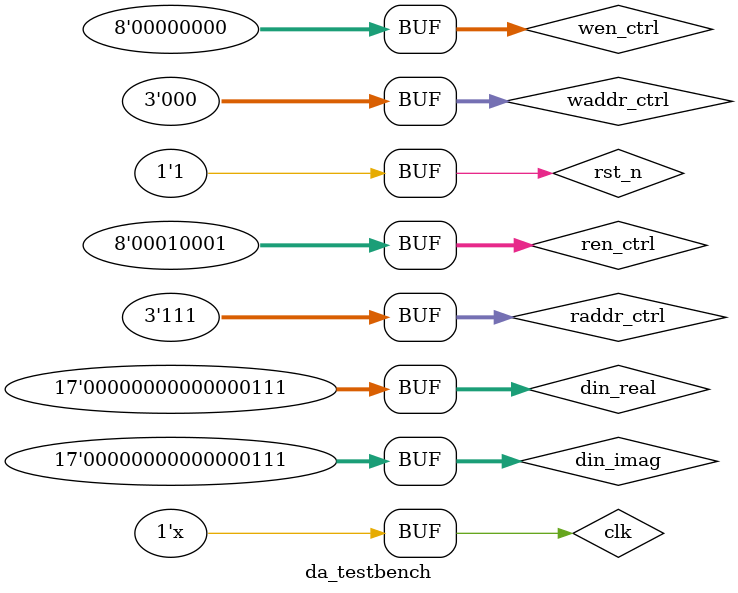
<source format=v>
module da_testbench();

localparam DATA_WIDTH = 17;
localparam RF_DEPTH = 8;

reg                   clk;
reg                   rst_n;
reg  [RF_DEPTH-1:0]   wen_ctrl;
reg  [RF_DEPTH-1:0]   ren_ctrl;
reg  [2:0]            waddr_ctrl;
reg  [2:0]            raddr_ctrl;
reg  [DATA_WIDTH-1:0] din_real;
reg  [DATA_WIDTH-1:0] din_imag;

always
begin
	#5 clk = ~clk;
end

initial
begin
	clk = 1;
	rst_n = 1;
	wen_ctrl = 0;
	ren_ctrl = 1;
	waddr_ctrl = 0;
	raddr_ctrl = 0;
	din_real = 0;
	din_imag = 0;

	#20 rst_n = 0;
	#40 rst_n = 1;

	#20 wen_ctrl[1] <= 1;
	    waddr_ctrl <= 0;
	    din_real <= 0;
	    din_imag <= 0;

	#10 waddr_ctrl <= 1;
		din_real <= 4;
	    din_imag <= 4;

	#10 waddr_ctrl <= 2;
		din_real <= 2;
	    din_imag <= 2;

	#10 waddr_ctrl <= 3;
		din_real <= 6;
	    din_imag <= 6;

	#10 waddr_ctrl <= 4;
		din_real <= 1;
	    din_imag <= 1;

	#10 waddr_ctrl <= 5;
		din_real <= 5;
	    din_imag <= 5;

	#10 waddr_ctrl <= 6;
		din_real <= 3;
	    din_imag <= 3;

	#10 waddr_ctrl <= 7;
		din_real <= 7;
	    din_imag <= 7;

	#10 wen_ctrl[1] <= 0;
		waddr_ctrl <= 0;

	#20 ren_ctrl[4] <= 1;
		raddr_ctrl <= 0;

	#10 raddr_ctrl <= 1;
	#10 raddr_ctrl <= 2;
	#10 raddr_ctrl <= 3;
	#10 raddr_ctrl <= 4;
	#10 raddr_ctrl <= 5;
	#10 raddr_ctrl <= 6;
	#10 raddr_ctrl <= 7;
end

dif_radix2_64p_da
#(
	.DATA_WIDTH(17),
	.RF_DEPTH(8)
) dif_radix2_64p_da (
	.clk(clk),
	.rst_n(rst_n),
	.wen_ctrl(wen_ctrl),
	.ren_ctrl(ren_ctrl),
	.waddr_ctrl(waddr_ctrl),
	.raddr_ctrl(raddr_ctrl),
	.din_real(din_real),
	.din_imag(din_imag),
	.dout_real(),
	.dout_imag()
);

endmodule
</source>
